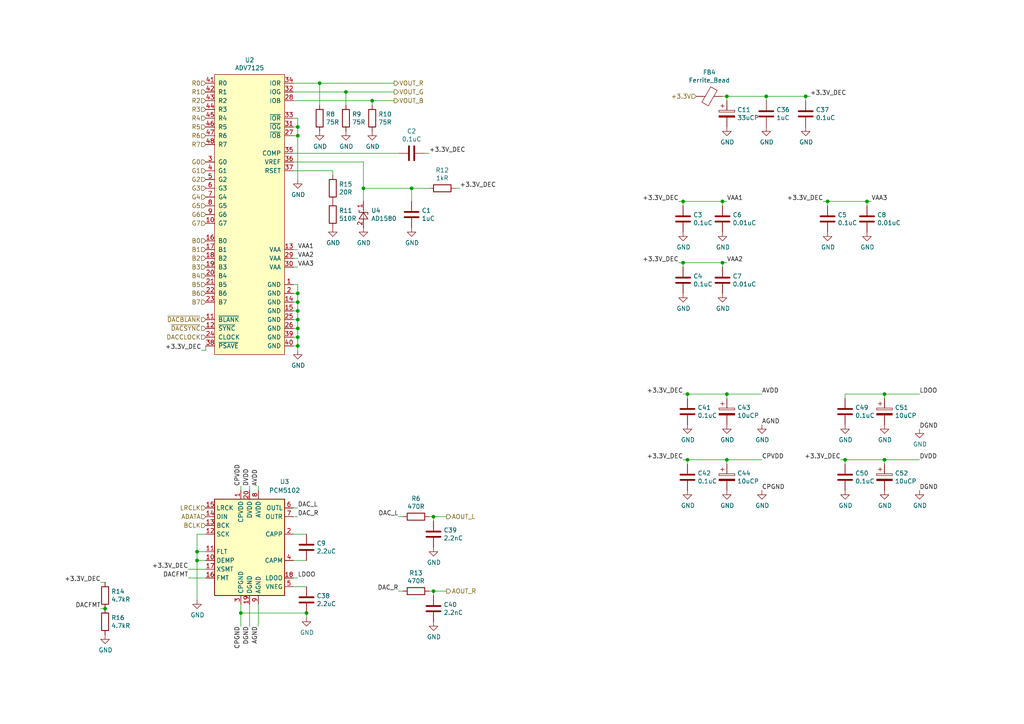
<source format=kicad_sch>
(kicad_sch (version 20231120) (generator "eeschema") (generator_version "8.0")
  (paper "A4")
  (lib_symbols
    (symbol "Audio:PCM5102"
      (property "Reference" "U" (at -10.16 13.97 0))
      (property "Value" "PCM5102" (at 3.81 13.97 0))
      (symbol "PCM5102_0_1"
        (rectangle (start -10.16 12.7) (end 10.16 -15.24) (stroke (width 0.254)) (fill (type background)))
      )
      (symbol "PCM5102_1_1"
        (pin passive line (at -2.54 15.24 270) (length 2.54) (name "CPVDD") (number "1"))
        (pin input line (at -12.7 -5.08 0) (length 2.54) (name "DEMP") (number "10"))
        (pin input line (at -12.7 -2.54 0) (length 2.54) (name "FLT") (number "11"))
        (pin input line (at -12.7 2.54 0) (length 2.54) (name "SCK") (number "12"))
        (pin input line (at -12.7 5.08 0) (length 2.54) (name "BCK") (number "13"))
        (pin input line (at -12.7 7.62 0) (length 2.54) (name "DIN") (number "14"))
        (pin input line (at -12.7 10.16 0) (length 2.54) (name "LRCK") (number "15"))
        (pin input line (at -12.7 -10.16 0) (length 2.54) (name "FMT") (number "16"))
        (pin input line (at -12.7 -7.62 0) (length 2.54) (name "XSMT") (number "17"))
        (pin passive line (at 12.7 -10.16 180) (length 2.54) (name "LDOO") (number "18"))
        (pin power_in line (at 0 -17.78 90) (length 2.54) (name "DGND") (number "19"))
        (pin passive line (at 12.7 2.54 180) (length 2.54) (name "CAPP") (number "2"))
        (pin power_in line (at 0 15.24 270) (length 2.54) (name "DVDD") (number "20"))
        (pin power_in line (at -2.54 -17.78 90) (length 2.54) (name "CPGND") (number "3"))
        (pin passive line (at 12.7 -5.08 180) (length 2.54) (name "CAPM") (number "4"))
        (pin passive line (at 12.7 -12.7 180) (length 2.54) (name "VNEG") (number "5"))
        (pin output line (at 12.7 10.16 180) (length 2.54) (name "OUTL") (number "6"))
        (pin output line (at 12.7 7.62 180) (length 2.54) (name "OUTR") (number "7"))
        (pin power_in line (at 2.54 15.24 270) (length 2.54) (name "AVDD") (number "8"))
        (pin power_in line (at 2.54 -17.78 90) (length 2.54) (name "AGND") (number "9"))
      )
    )
    (symbol "Device:C" (pin_numbers hide) (pin_names (offset 0.254))
      (property "Reference" "C" (at 0.635 2.54 0))
      (property "Value" "C" (at 0.635 -2.54 0))
      (symbol "C_0_1"
        (polyline (pts (xy -2.032 -0.762) (xy 2.032 -0.762)) (stroke (width 0.508)))
        (polyline (pts (xy -2.032 0.762) (xy 2.032 0.762)) (stroke (width 0.508)))
      )
      (symbol "C_1_1"
        (pin passive line (at 0 3.81 270) (length 2.794) (name "~") (number "1"))
        (pin passive line (at 0 -3.81 90) (length 2.794) (name "~") (number "2"))
      )
    )
    (symbol "Device:R" (pin_numbers hide) (pin_names (offset 0))
      (property "Reference" "R" (at 2.032 0 90))
      (property "Value" "R" (at 0 0 90))
      (symbol "R_0_1"
        (rectangle (start -1.016 -2.54) (end 1.016 2.54) (stroke (width 0.254)))
      )
      (symbol "R_1_1"
        (pin passive line (at 0 3.81 270) (length 1.27) (name "~") (number "1"))
        (pin passive line (at 0 -3.81 90) (length 1.27) (name "~") (number "2"))
      )
    )
    (symbol "GC_Video_Adapter-rescue:CP-Device" (pin_numbers hide) (pin_names (offset 0.254))
      (property "Reference" "C" (at 0.635 2.54 0))
      (property "Value" "CP-Device" (at 0.635 -2.54 0))
      (symbol "CP-Device_0_1"
        (rectangle (start -2.286 0.508) (end 2.286 1.016))
        (polyline (pts (xy -1.778 2.286) (xy -0.762 2.286)))
        (polyline (pts (xy -1.27 2.794) (xy -1.27 1.778)))
        (rectangle (start 2.286 -0.508) (end -2.286 -1.016) (fill (type outline)))
      )
      (symbol "CP-Device_1_1"
        (pin passive line (at 0 3.81 270) (length 2.794) (name "~") (number "1"))
        (pin passive line (at 0 -3.81 90) (length 2.794) (name "~") (number "2"))
      )
    )
    (symbol "GC_Video_Adapter-rescue:Ferrite_Bead-Device" (pin_numbers hide) (pin_names (offset 0))
      (property "Reference" "FB" (at -3.81 0.635 90))
      (property "Value" "Ferrite_Bead-Device" (at 3.81 0 90))
      (symbol "Ferrite_Bead-Device_0_1"
        (polyline (pts (xy 0 -1.27) (xy 0 -1.2192)))
        (polyline (pts (xy 0 1.27) (xy 0 1.2954)))
        (polyline (pts (xy -2.7686 0.4064) (xy -1.7018 2.2606) (xy 2.7686 -0.3048) (xy 1.6764 -2.159) (xy -2.7686 0.4064)))
      )
      (symbol "Ferrite_Bead-Device_1_1"
        (pin passive line (at 0 3.81 270) (length 2.54) (name "~") (number "1"))
        (pin passive line (at 0 -3.81 90) (length 2.54) (name "~") (number "2"))
      )
    )
    (symbol "Reference_Voltage:LM4040DBZ-8.2" (pin_names (offset 0.0254) hide)
      (property "Reference" "U" (at 0 2.54 0))
      (property "Value" "LM4040DBZ-8.2" (at 0 -3.175 0))
      (symbol "LM4040DBZ-8.2_0_1"
        (polyline (pts (xy -1.27 0) (xy 0 0) (xy 1.27 0)))
        (polyline (pts (xy -1.27 -1.27) (xy 0.635 0) (xy -1.27 1.27) (xy -1.27 -1.27)) (stroke (width 0.2032)))
        (polyline (pts (xy 0 -1.27) (xy 0.635 -1.27) (xy 0.635 1.27) (xy 1.27 1.27)) (stroke (width 0.2032)))
      )
      (symbol "LM4040DBZ-8.2_1_1"
        (pin passive line (at 3.81 0 180) (length 2.54) (name "K") (number "1"))
        (pin passive line (at -3.81 0 0) (length 2.54) (name "A") (number "2"))
      )
    )
    (symbol "Video_custom:ADV7125" (pin_names (offset 1.016))
      (property "Reference" "U" (at 0 44.45 0))
      (property "Value" "ADV7125" (at 0 41.91 0))
      (symbol "ADV7125_0_0"
        (pin power_in line (at 12.7 -20.32 180) (length 2.54) (name "GND") (number "1"))
        (pin input line (at -12.7 -2.54 0) (length 2.54) (name "G7") (number "10"))
        (pin input line (at -12.7 -30.48 0) (length 2.54) (name "~{BLANK}") (number "11"))
        (pin input line (at -12.7 -33.02 0) (length 2.54) (name "~{SYNC}") (number "12"))
        (pin power_in line (at 12.7 -10.16 180) (length 2.54) (name "VAA") (number "13"))
        (pin power_in line (at 12.7 -25.4 180) (length 2.54) (name "GND") (number "14"))
        (pin power_in line (at 12.7 -27.94 180) (length 2.54) (name "GND") (number "15"))
        (pin input line (at -12.7 -7.62 0) (length 2.54) (name "B0") (number "16"))
        (pin input line (at -12.7 -10.16 0) (length 2.54) (name "B1") (number "17"))
        (pin input line (at -12.7 -12.7 0) (length 2.54) (name "B2") (number "18"))
        (pin input line (at -12.7 -15.24 0) (length 2.54) (name "B3") (number "19"))
        (pin power_in line (at 12.7 -22.86 180) (length 2.54) (name "GND") (number "2"))
        (pin input line (at -12.7 -17.78 0) (length 2.54) (name "B4") (number "20"))
        (pin input line (at -12.7 -20.32 0) (length 2.54) (name "B5") (number "21"))
        (pin input line (at -12.7 -22.86 0) (length 2.54) (name "B6") (number "22"))
        (pin input line (at -12.7 -25.4 0) (length 2.54) (name "B7") (number "23"))
        (pin input line (at -12.7 -35.56 0) (length 2.54) (name "CLOCK") (number "24"))
        (pin power_in line (at 12.7 -30.48 180) (length 2.54) (name "GND") (number "25"))
        (pin power_in line (at 12.7 -33.02 180) (length 2.54) (name "GND") (number "26"))
        (pin output line (at 12.7 22.86 180) (length 2.54) (name "~{IOB}") (number "27"))
        (pin output line (at 12.7 33.02 180) (length 2.54) (name "IOB") (number "28"))
        (pin power_in line (at 12.7 -12.7 180) (length 2.54) (name "VAA") (number "29"))
        (pin input line (at -12.7 15.24 0) (length 2.54) (name "G0") (number "3"))
        (pin power_in line (at 12.7 -15.24 180) (length 2.54) (name "VAA") (number "30"))
        (pin output line (at 12.7 25.4 180) (length 2.54) (name "~{IOG}") (number "31"))
        (pin output line (at 12.7 35.56 180) (length 2.54) (name "IOG") (number "32"))
        (pin output line (at 12.7 27.94 180) (length 2.54) (name "~{IOR}") (number "33"))
        (pin output line (at 12.7 38.1 180) (length 2.54) (name "IOR") (number "34"))
        (pin passive line (at 12.7 17.78 180) (length 2.54) (name "COMP") (number "35"))
        (pin passive line (at 12.7 15.24 180) (length 2.54) (name "VREF") (number "36"))
        (pin passive line (at 12.7 12.7 180) (length 2.54) (name "RSET") (number "37"))
        (pin input line (at -12.7 -38.1 0) (length 2.54) (name "~{PSAVE}") (number "38"))
        (pin power_in line (at 12.7 -35.56 180) (length 2.54) (name "GND") (number "39"))
        (pin input line (at -12.7 12.7 0) (length 2.54) (name "G1") (number "4"))
        (pin power_in line (at 12.7 -38.1 180) (length 2.54) (name "GND") (number "40"))
        (pin input line (at -12.7 38.1 0) (length 2.54) (name "R0") (number "41"))
        (pin input line (at -12.7 35.56 0) (length 2.54) (name "R1") (number "42"))
        (pin input line (at -12.7 33.02 0) (length 2.54) (name "R2") (number "43"))
        (pin input line (at -12.7 30.48 0) (length 2.54) (name "R3") (number "44"))
        (pin input line (at -12.7 27.94 0) (length 2.54) (name "R4") (number "45"))
        (pin input line (at -12.7 25.4 0) (length 2.54) (name "R5") (number "46"))
        (pin input line (at -12.7 22.86 0) (length 2.54) (name "R6") (number "47"))
        (pin input line (at -12.7 20.32 0) (length 2.54) (name "R7") (number "48"))
        (pin input line (at -12.7 10.16 0) (length 2.54) (name "G2") (number "5"))
        (pin input line (at -12.7 7.62 0) (length 2.54) (name "G3") (number "6"))
        (pin input line (at -12.7 5.08 0) (length 2.54) (name "G4") (number "7"))
        (pin input line (at -12.7 2.54 0) (length 2.54) (name "G5") (number "8"))
        (pin input line (at -12.7 0 0) (length 2.54) (name "G6") (number "9"))
      )
      (symbol "ADV7125_0_1"
        (rectangle (start -10.16 -40.64) (end 10.16 40.64) (fill (type background)))
      )
    )
    (symbol "power:GND" (power) (pin_names (offset 0))
      (property "Value" "GND" (at 0 -3.81 0))
      (symbol "GND_0_1"
        (polyline (pts (xy 0 0) (xy 0 -1.27) (xy 1.27 -1.27) (xy 0 -2.54) (xy -1.27 -1.27) (xy 0 -1.27)))
      )
      (symbol "GND_1_1"
        (pin power_in line (at 0 0 270) (length 0) hide (name "GND") (number "1"))
      )
    )
  )
  (junction (at 198.12 76.2))
  (junction (at 92.71 24.13))
  (junction (at 57.15 160.02))
  (junction (at 86.36 100.33))
  (junction (at 86.36 36.83))
  (junction (at 100.33 26.67))
  (junction (at 240.03 58.42))
  (junction (at 125.73 171.45))
  (junction (at 210.82 133.35))
  (junction (at 57.15 162.56))
  (junction (at 251.46 58.42))
  (junction (at 86.36 92.71))
  (junction (at 107.95 29.21))
  (junction (at 86.36 39.37))
  (junction (at 245.11 133.35))
  (junction (at 105.41 54.61))
  (junction (at 199.39 133.35))
  (junction (at 210.82 27.94))
  (junction (at 86.36 97.79))
  (junction (at 125.73 149.86))
  (junction (at 222.25 27.94))
  (junction (at 210.82 114.3))
  (junction (at 69.85 177.8))
  (junction (at 88.9 177.8))
  (junction (at 256.54 114.3))
  (junction (at 30.48 176.53))
  (junction (at 86.36 87.63))
  (junction (at 256.54 133.35))
  (junction (at 119.38 54.61))
  (junction (at 86.36 90.17))
  (junction (at 198.12 58.42))
  (junction (at 209.55 58.42))
  (junction (at 199.39 114.3))
  (junction (at 233.68 27.94))
  (junction (at 86.36 95.25))
  (junction (at 86.36 85.09))
  (junction (at 209.55 76.2))
  (wire (pts (xy 69.85 140.97) (xy 69.85 142.24)))
  (wire (pts (xy 210.82 27.94) (xy 210.82 29.21)))
  (wire (pts (xy 233.68 27.94) (xy 222.25 27.94)))
  (wire (pts (xy 59.69 101.6) (xy 59.69 100.33)))
  (wire (pts (xy 107.95 29.21) (xy 114.3 29.21)))
  (wire (pts (xy 210.82 133.35) (xy 210.82 134.62)))
  (wire (pts (xy 256.54 114.3) (xy 266.7 114.3)))
  (wire (pts (xy 57.15 162.56) (xy 57.15 173.99)))
  (wire (pts (xy 256.54 133.35) (xy 266.7 133.35)))
  (wire (pts (xy 85.09 29.21) (xy 107.95 29.21)))
  (wire (pts (xy 245.11 114.3) (xy 245.11 115.57)))
  (wire (pts (xy 85.09 74.93) (xy 86.36 74.93)))
  (wire (pts (xy 85.09 92.71) (xy 86.36 92.71)))
  (wire (pts (xy 222.25 27.94) (xy 222.25 29.21)))
  (wire (pts (xy 245.11 133.35) (xy 245.11 134.62)))
  (wire (pts (xy 210.82 114.3) (xy 210.82 115.57)))
  (wire (pts (xy 57.15 154.94) (xy 57.15 160.02)))
  (wire (pts (xy 210.82 58.42) (xy 209.55 58.42)))
  (wire (pts (xy 86.36 82.55) (xy 86.36 85.09)))
  (wire (pts (xy 252.73 58.42) (xy 251.46 58.42)))
  (wire (pts (xy 256.54 114.3) (xy 256.54 115.57)))
  (wire (pts (xy 85.09 82.55) (xy 86.36 82.55)))
  (wire (pts (xy 245.11 133.35) (xy 256.54 133.35)))
  (wire (pts (xy 85.09 100.33) (xy 86.36 100.33)))
  (wire (pts (xy 107.95 30.48) (xy 107.95 29.21)))
  (wire (pts (xy 240.03 58.42) (xy 240.03 59.69)))
  (wire (pts (xy 234.95 27.94) (xy 233.68 27.94)))
  (wire (pts (xy 74.93 140.97) (xy 74.93 142.24)))
  (wire (pts (xy 86.36 95.25) (xy 86.36 97.79)))
  (wire (pts (xy 72.39 142.24) (xy 72.39 140.97)))
  (wire (pts (xy 100.33 26.67) (xy 114.3 26.67)))
  (wire (pts (xy 85.09 167.64) (xy 86.36 167.64)))
  (wire (pts (xy 199.39 133.35) (xy 210.82 133.35)))
  (wire (pts (xy 86.36 72.39) (xy 85.09 72.39)))
  (wire (pts (xy 96.52 49.53) (xy 96.52 50.8)))
  (wire (pts (xy 251.46 59.69) (xy 251.46 58.42)))
  (wire (pts (xy 198.12 133.35) (xy 199.39 133.35)))
  (wire (pts (xy 86.36 36.83) (xy 86.36 39.37)))
  (wire (pts (xy 116.84 149.86) (xy 115.57 149.86)))
  (wire (pts (xy 85.09 97.79) (xy 86.36 97.79)))
  (wire (pts (xy 69.85 177.8) (xy 69.85 181.61)))
  (wire (pts (xy 245.11 114.3) (xy 256.54 114.3)))
  (wire (pts (xy 209.55 76.2) (xy 209.55 77.47)))
  (wire (pts (xy 125.73 171.45) (xy 125.73 172.72)))
  (wire (pts (xy 256.54 133.35) (xy 256.54 134.62)))
  (wire (pts (xy 59.69 160.02) (xy 57.15 160.02)))
  (wire (pts (xy 85.09 162.56) (xy 88.9 162.56)))
  (wire (pts (xy 72.39 175.26) (xy 72.39 181.61)))
  (wire (pts (xy 119.38 54.61) (xy 119.38 58.42)))
  (wire (pts (xy 57.15 160.02) (xy 57.15 162.56)))
  (wire (pts (xy 199.39 114.3) (xy 210.82 114.3)))
  (wire (pts (xy 125.73 149.86) (xy 129.54 149.86)))
  (wire (pts (xy 85.09 170.18) (xy 88.9 170.18)))
  (wire (pts (xy 85.09 85.09) (xy 86.36 85.09)))
  (wire (pts (xy 58.42 101.6) (xy 59.69 101.6)))
  (wire (pts (xy 198.12 114.3) (xy 199.39 114.3)))
  (wire (pts (xy 85.09 44.45) (xy 115.57 44.45)))
  (wire (pts (xy 85.09 26.67) (xy 100.33 26.67)))
  (wire (pts (xy 196.85 58.42) (xy 198.12 58.42)))
  (wire (pts (xy 85.09 24.13) (xy 92.71 24.13)))
  (wire (pts (xy 199.39 114.3) (xy 199.39 115.57)))
  (wire (pts (xy 124.46 44.45) (xy 123.19 44.45)))
  (wire (pts (xy 59.69 154.94) (xy 57.15 154.94)))
  (wire (pts (xy 125.73 171.45) (xy 129.54 171.45)))
  (wire (pts (xy 69.85 175.26) (xy 69.85 177.8)))
  (wire (pts (xy 86.36 85.09) (xy 86.36 87.63)))
  (wire (pts (xy 85.09 90.17) (xy 86.36 90.17)))
  (wire (pts (xy 119.38 54.61) (xy 124.46 54.61)))
  (wire (pts (xy 86.36 100.33) (xy 86.36 101.6)))
  (wire (pts (xy 88.9 179.07) (xy 88.9 177.8)))
  (wire (pts (xy 86.36 39.37) (xy 86.36 52.07)))
  (wire (pts (xy 100.33 30.48) (xy 100.33 26.67)))
  (wire (pts (xy 105.41 58.42) (xy 105.41 54.61)))
  (wire (pts (xy 92.71 24.13) (xy 114.3 24.13)))
  (wire (pts (xy 85.09 39.37) (xy 86.36 39.37)))
  (wire (pts (xy 74.93 175.26) (xy 74.93 181.61)))
  (wire (pts (xy 86.36 77.47) (xy 85.09 77.47)))
  (wire (pts (xy 198.12 76.2) (xy 209.55 76.2)))
  (wire (pts (xy 209.55 76.2) (xy 210.82 76.2)))
  (wire (pts (xy 243.84 133.35) (xy 245.11 133.35)))
  (wire (pts (xy 86.36 92.71) (xy 86.36 95.25)))
  (wire (pts (xy 85.09 87.63) (xy 86.36 87.63)))
  (wire (pts (xy 238.76 58.42) (xy 240.03 58.42)))
  (wire (pts (xy 54.61 165.1) (xy 59.69 165.1)))
  (wire (pts (xy 86.36 90.17) (xy 86.36 92.71)))
  (wire (pts (xy 251.46 58.42) (xy 240.03 58.42)))
  (wire (pts (xy 199.39 133.35) (xy 199.39 134.62)))
  (wire (pts (xy 210.82 114.3) (xy 220.98 114.3)))
  (wire (pts (xy 85.09 95.25) (xy 86.36 95.25)))
  (wire (pts (xy 196.85 76.2) (xy 198.12 76.2)))
  (wire (pts (xy 115.57 171.45) (xy 116.84 171.45)))
  (wire (pts (xy 54.61 167.64) (xy 59.69 167.64)))
  (wire (pts (xy 132.08 54.61) (xy 133.35 54.61)))
  (wire (pts (xy 222.25 27.94) (xy 210.82 27.94)))
  (wire (pts (xy 233.68 29.21) (xy 233.68 27.94)))
  (wire (pts (xy 85.09 147.32) (xy 86.36 147.32)))
  (wire (pts (xy 198.12 77.47) (xy 198.12 76.2)))
  (wire (pts (xy 85.09 49.53) (xy 96.52 49.53)))
  (wire (pts (xy 210.82 133.35) (xy 220.98 133.35)))
  (wire (pts (xy 86.36 34.29) (xy 86.36 36.83)))
  (wire (pts (xy 59.69 162.56) (xy 57.15 162.56)))
  (wire (pts (xy 29.21 168.91) (xy 30.48 168.91)))
  (wire (pts (xy 85.09 34.29) (xy 86.36 34.29)))
  (wire (pts (xy 86.36 87.63) (xy 86.36 90.17)))
  (wire (pts (xy 105.41 46.99) (xy 105.41 54.61)))
  (wire (pts (xy 210.82 27.94) (xy 209.55 27.94)))
  (wire (pts (xy 209.55 59.69) (xy 209.55 58.42)))
  (wire (pts (xy 85.09 36.83) (xy 86.36 36.83)))
  (wire (pts (xy 209.55 58.42) (xy 198.12 58.42)))
  (wire (pts (xy 69.85 177.8) (xy 88.9 177.8)))
  (wire (pts (xy 85.09 154.94) (xy 88.9 154.94)))
  (wire (pts (xy 92.71 30.48) (xy 92.71 24.13)))
  (wire (pts (xy 30.48 176.53) (xy 29.21 176.53)))
  (wire (pts (xy 124.46 149.86) (xy 125.73 149.86)))
  (wire (pts (xy 198.12 58.42) (xy 198.12 59.69)))
  (wire (pts (xy 125.73 149.86) (xy 125.73 151.13)))
  (wire (pts (xy 124.46 171.45) (xy 125.73 171.45)))
  (wire (pts (xy 105.41 54.61) (xy 119.38 54.61)))
  (wire (pts (xy 86.36 97.79) (xy 86.36 100.33)))
  (wire (pts (xy 85.09 46.99) (xy 105.41 46.99)))
  (wire (pts (xy 86.36 149.86) (xy 85.09 149.86)))
  (label "DACFMT" (at 29.21 176.53 180))
  (label "+3.3V_DEC" (at 29.21 168.91 180))
  (label "+3.3V_DEC" (at 198.12 114.3 180))
  (label "DGND" (at 266.7 142.24 0))
  (label "AGND" (at 220.98 123.19 0))
  (label "DACFMT" (at 54.61 167.64 180))
  (label "CPGND" (at 69.85 181.61 270))
  (label "+3.3V_DEC" (at 54.61 165.1 180))
  (label "+3.3V_DEC" (at 124.46 44.45 0))
  (label "+3.3V_DEC" (at 58.42 101.6 180))
  (label "+3.3V_DEC" (at 234.95 27.94 0))
  (label "VAA3" (at 86.36 77.47 0))
  (label "DAC_L" (at 115.57 149.86 180))
  (label "+3.3V_DEC" (at 238.76 58.42 180))
  (label "DVDD" (at 72.39 140.97 90))
  (label "+3.3V_DEC" (at 198.12 133.35 180))
  (label "DAC_R" (at 115.57 171.45 180))
  (label "CPGND" (at 220.98 142.24 0))
  (label "DAC_R" (at 86.36 149.86 0))
  (label "AGND" (at 74.93 181.61 270))
  (label "AVDD" (at 74.93 140.97 90))
  (label "CPVDD" (at 69.85 140.97 90))
  (label "VAA1" (at 86.36 72.39 0))
  (label "DVDD" (at 266.7 133.35 0))
  (label "AVDD" (at 220.98 114.3 0))
  (label "+3.3V_DEC" (at 133.35 54.61 0))
  (label "VAA3" (at 252.73 58.42 0))
  (label "LDOO" (at 266.7 114.3 0))
  (label "+3.3V_DEC" (at 196.85 76.2 180))
  (label "+3.3V_DEC" (at 196.85 58.42 180))
  (label "CPVDD" (at 220.98 133.35 0))
  (label "DGND" (at 72.39 181.61 270))
  (label "DGND" (at 266.7 124.46 0))
  (label "VAA2" (at 86.36 74.93 0))
  (label "VAA1" (at 210.82 58.42 0))
  (label "VAA2" (at 210.82 76.2 0))
  (label "+3.3V_DEC" (at 243.84 133.35 180))
  (label "DAC_L" (at 86.36 147.32 0))
  (label "LDOO" (at 86.36 167.64 0))
  (hierarchical_label "R5" (shape input) (at 59.69 36.83 180))
  (hierarchical_label "B0" (shape input) (at 59.69 69.85 180))
  (hierarchical_label "R7" (shape input) (at 59.69 41.91 180))
  (hierarchical_label "LRCLK" (shape input) (at 59.69 147.32 180))
  (hierarchical_label "DACCLOCK" (shape input) (at 59.69 97.79 180))
  (hierarchical_label "G3" (shape input) (at 59.69 54.61 180))
  (hierarchical_label "VOUT_B" (shape output) (at 114.3 29.21 0))
  (hierarchical_label "B5" (shape input) (at 59.69 82.55 180))
  (hierarchical_label "R6" (shape input) (at 59.69 39.37 180))
  (hierarchical_label "+3.3V" (shape input) (at 201.93 27.94 180))
  (hierarchical_label "G0" (shape input) (at 59.69 46.99 180))
  (hierarchical_label "~{DACBLANK}" (shape input) (at 59.69 92.71 180))
  (hierarchical_label "B6" (shape input) (at 59.69 85.09 180))
  (hierarchical_label "VOUT_G" (shape output) (at 114.3 26.67 0))
  (hierarchical_label "R4" (shape input) (at 59.69 34.29 180))
  (hierarchical_label "G2" (shape input) (at 59.69 52.07 180))
  (hierarchical_label "B4" (shape input) (at 59.69 80.01 180))
  (hierarchical_label "R0" (shape input) (at 59.69 24.13 180))
  (hierarchical_label "AOUT_L" (shape output) (at 129.54 149.86 0))
  (hierarchical_label "ADATA" (shape input) (at 59.69 149.86 180))
  (hierarchical_label "VOUT_R" (shape output) (at 114.3 24.13 0))
  (hierarchical_label "G5" (shape input) (at 59.69 59.69 180))
  (hierarchical_label "BCLK" (shape input) (at 59.69 152.4 180))
  (hierarchical_label "G1" (shape input) (at 59.69 49.53 180))
  (hierarchical_label "B7" (shape input) (at 59.69 87.63 180))
  (hierarchical_label "~{DACSYNC}" (shape input) (at 59.69 95.25 180))
  (hierarchical_label "AOUT_R" (shape output) (at 129.54 171.45 0))
  (hierarchical_label "B2" (shape input) (at 59.69 74.93 180))
  (hierarchical_label "R3" (shape input) (at 59.69 31.75 180))
  (hierarchical_label "R2" (shape input) (at 59.69 29.21 180))
  (hierarchical_label "G6" (shape input) (at 59.69 62.23 180))
  (hierarchical_label "B1" (shape input) (at 59.69 72.39 180))
  (hierarchical_label "G7" (shape input) (at 59.69 64.77 180))
  (hierarchical_label "R1" (shape input) (at 59.69 26.67 180))
  (hierarchical_label "G4" (shape input) (at 59.69 57.15 180))
  (hierarchical_label "B3" (shape input) (at 59.69 77.47 180))
  (symbol (lib_id "Device:C") (at 198.12 63.5 0) (unit 1)
    (property "Reference" "C3" (at 201.041 62.3316 0) (effects (justify left)))
    (property "Value" "0.1uC" (at 201.041 64.643 0) (effects (justify left)))
    (property "Footprint" "Capacitor_SMD:C_0805_2012Metric_Pad1.18x1.45mm_HandSolder" (effects (hide yes)))
    (property "Manufacturer Part Number" "AC0805KRX7R7BB104" (effects (hide yes)))
  )
  (symbol (lib_id "Device:C") (at 209.55 63.5 0) (unit 1)
    (property "Reference" "C6" (at 212.471 62.3316 0) (effects (justify left)))
    (property "Value" "0.01uC" (at 212.471 64.643 0) (effects (justify left)))
    (property "Footprint" "Capacitor_SMD:C_0805_2012Metric_Pad1.18x1.45mm_HandSolder" (effects (hide yes)))
    (property "Manufacturer Part Number" "CC0805KRX7R9BB103" (effects (hide yes)))
  )
  (symbol (lib_id "Device:C") (at 198.12 81.28 0) (unit 1)
    (property "Reference" "C4" (at 201.041 80.1116 0) (effects (justify left)))
    (property "Value" "0.1uC" (at 201.041 82.423 0) (effects (justify left)))
    (property "Footprint" "Capacitor_SMD:C_0805_2012Metric_Pad1.18x1.45mm_HandSolder" (effects (hide yes)))
    (property "Manufacturer Part Number" "AC0805KRX7R7BB104" (effects (hide yes)))
  )
  (symbol (lib_id "Device:C") (at 209.55 81.28 0) (unit 1)
    (property "Reference" "C7" (at 212.471 80.1116 0) (effects (justify left)))
    (property "Value" "0.01uC" (at 212.471 82.423 0) (effects (justify left)))
    (property "Footprint" "Capacitor_SMD:C_0805_2012Metric_Pad1.18x1.45mm_HandSolder" (effects (hide yes)))
    (property "Manufacturer Part Number" "CC0805KRX7R9BB103" (effects (hide yes)))
  )
  (symbol (lib_id "Device:C") (at 240.03 63.5 0) (unit 1)
    (property "Reference" "C5" (at 242.951 62.3316 0) (effects (justify left)))
    (property "Value" "0.1uC" (at 242.951 64.643 0) (effects (justify left)))
    (property "Footprint" "Capacitor_SMD:C_0805_2012Metric_Pad1.18x1.45mm_HandSolder" (effects (hide yes)))
    (property "Manufacturer Part Number" "AC0805KRX7R7BB104" (effects (hide yes)))
  )
  (symbol (lib_id "Device:C") (at 251.46 63.5 0) (unit 1)
    (property "Reference" "C8" (at 254.381 62.3316 0) (effects (justify left)))
    (property "Value" "0.01uC" (at 254.381 64.643 0) (effects (justify left)))
    (property "Footprint" "Capacitor_SMD:C_0805_2012Metric_Pad1.18x1.45mm_HandSolder" (effects (hide yes)))
    (property "Manufacturer Part Number" "CC0805KRX7R9BB103" (effects (hide yes)))
  )
  (symbol (lib_id "power:GND") (at 198.12 67.31 0) (unit 1)
    (property "Reference" "#PWR011" (effects (hide yes)))
    (property "Value" "GND" (at 198.247 71.7042 0))
  )
  (symbol (lib_id "power:GND") (at 209.55 67.31 0) (unit 1)
    (property "Reference" "#PWR014" (effects (hide yes)))
    (property "Value" "GND" (at 209.677 71.7042 0))
  )
  (symbol (lib_id "power:GND") (at 198.12 85.09 0) (unit 1)
    (property "Reference" "#PWR012" (effects (hide yes)))
    (property "Value" "GND" (at 198.247 89.4842 0))
  )
  (symbol (lib_id "power:GND") (at 209.55 85.09 0) (unit 1)
    (property "Reference" "#PWR015" (effects (hide yes)))
    (property "Value" "GND" (at 209.677 89.4842 0))
  )
  (symbol (lib_id "power:GND") (at 251.46 67.31 0) (unit 1)
    (property "Reference" "#PWR016" (effects (hide yes)))
    (property "Value" "GND" (at 251.587 71.7042 0))
  )
  (symbol (lib_id "power:GND") (at 240.03 67.31 0) (unit 1)
    (property "Reference" "#PWR013" (effects (hide yes)))
    (property "Value" "GND" (at 240.157 71.7042 0))
  )
  (symbol (lib_id "power:GND") (at 86.36 101.6 0) (unit 1)
    (property "Reference" "#PWR010" (effects (hide yes)))
    (property "Value" "GND" (at 86.487 105.9942 0))
  )
  (symbol (lib_id "Video_custom:ADV7125") (at 72.39 62.23 0) (unit 1)
    (property "Reference" "U2" (at 72.39 17.399 0))
    (property "Value" "ADV7125" (at 72.39 19.7104 0))
    (property "Footprint" "Package_QFP:LQFP-48_7x7mm_P0.5mm" (effects (hide yes)))
    (property "Datasheet" "https://www.analog.com/media/en/technical-documentation/data-sheets/ADV7125.pdf" (effects (hide yes)))
    (property "Manufacturer Part Number" "ADV7125KSTZ50-REEL" (effects (hide yes)))
  )
  (symbol (lib_id "GC_Video_Adapter-rescue:CP-Device") (at 210.82 33.02 0) (unit 1)
    (property "Reference" "C11" (at 213.8172 31.8516 0) (effects (justify left)))
    (property "Value" "33uCP" (at 213.8172 34.163 0) (effects (justify left)))
    (property "Footprint" "Capacitor_Tantalum_SMD:CP_EIA-3528-21_Kemet-B_Pad1.50x2.35mm_HandSolder" (effects (hide yes)))
    (property "Datasheet" "http://datasheets.avx.com/TAJ.pdf" (effects (hide yes)))
    (property "Manufacturer Part Number" "TAJB336K006RNJ" (effects (hide yes)))
  )
  (symbol (lib_id "Audio:PCM5102") (at 72.39 157.48 0) (unit 1)
    (property "Reference" "U3" (at 82.55 139.7 0))
    (property "Value" "PCM5102" (at 82.55 142.24 0))
    (property "Footprint" "Package_SO:TSSOP-20_4.4x6.5mm_P0.65mm" (effects (hide yes)))
    (property "Datasheet" "https://www.ti.com/lit/ds/symlink/pcm5102a.pdf" (effects (hide yes)))
    (property "Manufacturer Part Number" "PCM5102APWR" (effects (hide yes)))
  )
  (symbol (lib_id "Device:C") (at 199.39 119.38 0) (unit 1)
    (property "Reference" "C41" (at 202.311 118.2116 0) (effects (justify left)))
    (property "Value" "0.1uC" (at 202.311 120.523 0) (effects (justify left)))
    (property "Footprint" "Capacitor_SMD:C_0805_2012Metric_Pad1.18x1.45mm_HandSolder" (effects (hide yes)))
    (property "Manufacturer Part Number" "AC0805KRX7R7BB104" (effects (hide yes)))
  )
  (symbol (lib_id "GC_Video_Adapter-rescue:CP-Device") (at 210.82 119.38 0) (unit 1)
    (property "Reference" "C43" (at 213.8172 118.2116 0) (effects (justify left)))
    (property "Value" "10uCP" (at 213.8172 120.523 0) (effects (justify left)))
    (property "Footprint" "Capacitor_Tantalum_SMD:CP_EIA-3216-18_Kemet-A_Pad1.58x1.35mm_HandSolder" (effects (hide yes)))
    (property "Datasheet" "http://datasheets.avx.com/TAJ.pdf" (effects (hide yes)))
    (property "Manufacturer Part Number" "TAJA106K006SNJ" (effects (hide yes)))
  )
  (symbol (lib_id "Device:C") (at 88.9 158.75 0) (unit 1)
    (property "Reference" "C9" (at 91.821 157.5816 0) (effects (justify left)))
    (property "Value" "2.2uC" (at 91.821 159.893 0) (effects (justify left)))
    (property "Footprint" "Capacitor_SMD:C_0805_2012Metric_Pad1.18x1.45mm_HandSolder" (effects (hide yes)))
    (property "Manufacturer Part Number" "TMK212B7225KG-TR" (effects (hide yes)))
  )
  (symbol (lib_id "Device:R") (at 120.65 171.45 270) (unit 1)
    (property "Reference" "R13" (at 120.65 166.1922 90))
    (property "Value" "470R" (at 120.65 168.5036 90))
    (property "Footprint" "Resistor_SMD:R_0805_2012Metric_Pad1.20x1.40mm_HandSolder" (effects (hide yes)))
    (property "Manufacturer Part Number" "CRCW0805470RJNEA" (effects (hide yes)))
  )
  (symbol (lib_id "Device:C") (at 125.73 176.53 0) (unit 1)
    (property "Reference" "C40" (at 128.651 175.3616 0) (effects (justify left)))
    (property "Value" "2.2nC" (at 128.651 177.673 0) (effects (justify left)))
    (property "Footprint" "Capacitor_SMD:C_0805_2012Metric_Pad1.18x1.45mm_HandSolder" (effects (hide yes)))
    (property "Datasheet" "https://www.cde.com/resources/catalogs/FCP.pdf" (effects (hide yes)))
    (property "Manufacturer Part Number" "FCP0805H222J-J1" (effects (hide yes)))
  )
  (symbol (lib_id "power:GND") (at 125.73 180.34 0) (unit 1)
    (property "Reference" "#PWR060" (effects (hide yes)))
    (property "Value" "GND" (at 125.857 184.7342 0))
  )
  (symbol (lib_id "Device:R") (at 120.65 149.86 270) (unit 1)
    (property "Reference" "R6" (at 120.65 144.6022 90))
    (property "Value" "470R" (at 120.65 146.9136 90))
    (property "Footprint" "Resistor_SMD:R_0805_2012Metric_Pad1.20x1.40mm_HandSolder" (effects (hide yes)))
    (property "Manufacturer Part Number" "CRCW0805470RJNEA" (effects (hide yes)))
  )
  (symbol (lib_id "Device:C") (at 125.73 154.94 0) (unit 1)
    (property "Reference" "C39" (at 128.651 153.7716 0) (effects (justify left)))
    (property "Value" "2.2nC" (at 128.651 156.083 0) (effects (justify left)))
    (property "Footprint" "Capacitor_SMD:C_0805_2012Metric_Pad1.18x1.45mm_HandSolder" (effects (hide yes)))
    (property "Datasheet" "https://www.cde.com/resources/catalogs/FCP.pdf" (effects (hide yes)))
    (property "Manufacturer Part Number" "FCP0805H222J-J1" (effects (hide yes)))
  )
  (symbol (lib_id "power:GND") (at 125.73 158.75 0) (unit 1)
    (property "Reference" "#PWR054" (effects (hide yes)))
    (property "Value" "GND" (at 125.857 163.1442 0))
  )
  (symbol (lib_id "Device:C") (at 88.9 173.99 0) (unit 1)
    (property "Reference" "C38" (at 91.821 172.8216 0) (effects (justify left)))
    (property "Value" "2.2uC" (at 91.821 175.133 0) (effects (justify left)))
    (property "Footprint" "Capacitor_SMD:C_0805_2012Metric_Pad1.18x1.45mm_HandSolder" (effects (hide yes)))
    (property "Manufacturer Part Number" "TMK212B7225KG-TR" (effects (hide yes)))
  )
  (symbol (lib_id "power:GND") (at 88.9 179.07 0) (unit 1)
    (property "Reference" "#PWR053" (effects (hide yes)))
    (property "Value" "GND" (at 89.027 183.4642 0))
  )
  (symbol (lib_id "power:GND") (at 57.15 173.99 0) (unit 1)
    (property "Reference" "#PWR051" (effects (hide yes)))
    (property "Value" "GND" (at 57.277 178.3842 0))
  )
  (symbol (lib_id "Device:C") (at 199.39 138.43 0) (unit 1)
    (property "Reference" "C42" (at 202.311 137.2616 0) (effects (justify left)))
    (property "Value" "0.1uC" (at 202.311 139.573 0) (effects (justify left)))
    (property "Footprint" "Capacitor_SMD:C_0805_2012Metric_Pad1.18x1.45mm_HandSolder" (effects (hide yes)))
    (property "Manufacturer Part Number" "AC0805KRX7R7BB104" (effects (hide yes)))
  )
  (symbol (lib_id "GC_Video_Adapter-rescue:CP-Device") (at 210.82 138.43 0) (unit 1)
    (property "Reference" "C44" (at 213.8172 137.2616 0) (effects (justify left)))
    (property "Value" "10uCP" (at 213.8172 139.573 0) (effects (justify left)))
    (property "Footprint" "Capacitor_Tantalum_SMD:CP_EIA-3216-18_Kemet-A_Pad1.58x1.35mm_HandSolder" (effects (hide yes)))
    (property "Datasheet" "http://datasheets.avx.com/TAJ.pdf" (effects (hide yes)))
    (property "Manufacturer Part Number" "TAJA106K006SNJ" (effects (hide yes)))
  )
  (symbol (lib_id "Device:C") (at 245.11 119.38 0) (unit 1)
    (property "Reference" "C49" (at 248.031 118.2116 0) (effects (justify left)))
    (property "Value" "0.1uC" (at 248.031 120.523 0) (effects (justify left)))
    (property "Footprint" "Capacitor_SMD:C_0805_2012Metric_Pad1.18x1.45mm_HandSolder" (effects (hide yes)))
    (property "Manufacturer Part Number" "AC0805KRX7R7BB104" (effects (hide yes)))
  )
  (symbol (lib_id "GC_Video_Adapter-rescue:CP-Device") (at 256.54 119.38 0) (unit 1)
    (property "Reference" "C51" (at 259.5372 118.2116 0) (effects (justify left)))
    (property "Value" "10uCP" (at 259.5372 120.523 0) (effects (justify left)))
    (property "Footprint" "Capacitor_Tantalum_SMD:CP_EIA-3216-18_Kemet-A_Pad1.58x1.35mm_HandSolder" (effects (hide yes)))
    (property "Datasheet" "http://datasheets.avx.com/TAJ.pdf" (effects (hide yes)))
    (property "Manufacturer Part Number" "TAJA106K006SNJ" (effects (hide yes)))
  )
  (symbol (lib_id "Device:C") (at 245.11 138.43 0) (unit 1)
    (property "Reference" "C50" (at 248.031 137.2616 0) (effects (justify left)))
    (property "Value" "0.1uC" (at 248.031 139.573 0) (effects (justify left)))
    (property "Footprint" "Capacitor_SMD:C_0805_2012Metric_Pad1.18x1.45mm_HandSolder" (effects (hide yes)))
    (property "Manufacturer Part Number" "AC0805KRX7R7BB104" (effects (hide yes)))
  )
  (symbol (lib_id "GC_Video_Adapter-rescue:CP-Device") (at 256.54 138.43 0) (unit 1)
    (property "Reference" "C52" (at 259.5372 137.2616 0) (effects (justify left)))
    (property "Value" "10uCP" (at 259.5372 139.573 0) (effects (justify left)))
    (property "Footprint" "Capacitor_Tantalum_SMD:CP_EIA-3216-18_Kemet-A_Pad1.58x1.35mm_HandSolder" (effects (hide yes)))
    (property "Datasheet" "http://datasheets.avx.com/TAJ.pdf" (effects (hide yes)))
    (property "Manufacturer Part Number" "TAJA106K006SNJ" (effects (hide yes)))
  )
  (symbol (lib_id "power:GND") (at 199.39 123.19 0) (unit 1)
    (property "Reference" "#PWR061" (effects (hide yes)))
    (property "Value" "GND" (at 199.517 127.5842 0))
  )
  (symbol (lib_id "power:GND") (at 210.82 123.19 0) (unit 1)
    (property "Reference" "#PWR063" (effects (hide yes)))
    (property "Value" "GND" (at 210.947 127.5842 0))
  )
  (symbol (lib_id "power:GND") (at 245.11 123.19 0) (unit 1)
    (property "Reference" "#PWR065" (effects (hide yes)))
    (property "Value" "GND" (at 245.237 127.5842 0))
  )
  (symbol (lib_id "power:GND") (at 256.54 123.19 0) (unit 1)
    (property "Reference" "#PWR067" (effects (hide yes)))
    (property "Value" "GND" (at 256.667 127.5842 0))
  )
  (symbol (lib_id "power:GND") (at 199.39 142.24 0) (unit 1)
    (property "Reference" "#PWR062" (effects (hide yes)))
    (property "Value" "GND" (at 199.517 146.6342 0))
  )
  (symbol (lib_id "power:GND") (at 245.11 142.24 0) (unit 1)
    (property "Reference" "#PWR066" (effects (hide yes)))
    (property "Value" "GND" (at 245.237 146.6342 0))
  )
  (symbol (lib_id "power:GND") (at 210.82 142.24 0) (unit 1)
    (property "Reference" "#PWR064" (effects (hide yes)))
    (property "Value" "GND" (at 210.947 146.6342 0))
  )
  (symbol (lib_id "power:GND") (at 256.54 142.24 0) (unit 1)
    (property "Reference" "#PWR068" (effects (hide yes)))
    (property "Value" "GND" (at 256.667 146.6342 0))
  )
  (symbol (lib_id "Device:C") (at 119.38 44.45 270) (unit 1)
    (property "Reference" "C2" (at 119.38 38.0492 90))
    (property "Value" "0.1uC" (at 119.38 40.3606 90))
    (property "Footprint" "Capacitor_SMD:C_0805_2012Metric_Pad1.18x1.45mm_HandSolder" (effects (hide yes)))
    (property "Manufacturer Part Number" "AC0805KRX7R7BB104" (effects (hide yes)))
  )
  (symbol (lib_id "power:GND") (at 220.98 123.19 0) (unit 1)
    (property "Reference" "#PWR017" (effects (hide yes)))
    (property "Value" "GND" (at 221.107 127.5842 0))
  )
  (symbol (lib_id "power:GND") (at 220.98 142.24 0) (unit 1)
    (property "Reference" "#PWR044" (effects (hide yes)))
    (property "Value" "GND" (at 221.107 146.6342 0))
  )
  (symbol (lib_id "Device:R") (at 30.48 172.72 0) (unit 1)
    (property "Reference" "R14" (at 32.258 171.5516 0) (effects (justify left)))
    (property "Value" "4.7kR" (at 32.258 173.863 0) (effects (justify left)))
    (property "Footprint" "Resistor_SMD:R_0805_2012Metric_Pad1.20x1.40mm_HandSolder" (effects (hide yes)))
    (property "Manufacturer Part Number" "RC0805FR-074K7L" (effects (hide yes)))
  )
  (symbol (lib_id "power:GND") (at 266.7 142.24 0) (unit 1)
    (property "Reference" "#PWR069" (effects (hide yes)))
    (property "Value" "GND" (at 266.827 146.6342 0))
  )
  (symbol (lib_id "power:GND") (at 266.7 124.46 0) (unit 1)
    (property "Reference" "#PWR052" (effects (hide yes)))
    (property "Value" "GND" (at 266.827 128.8542 0))
  )
  (symbol (lib_id "Device:R") (at 96.52 54.61 0) (unit 1)
    (property "Reference" "R15" (at 98.298 53.4416 0) (effects (justify left)))
    (property "Value" "20R" (at 98.298 55.753 0) (effects (justify left)))
    (property "Footprint" "Resistor_SMD:R_0805_2012Metric_Pad1.20x1.40mm_HandSolder" (effects (hide yes)))
    (property "Manufacturer Part Number" "RT0805BRD0720RL" (effects (hide yes)))
  )
  (symbol (lib_id "Device:R") (at 30.48 180.34 0) (unit 1)
    (property "Reference" "R16" (at 32.258 179.1716 0) (effects (justify left)))
    (property "Value" "4.7kR" (at 32.258 181.483 0) (effects (justify left)))
    (property "Footprint" "Resistor_SMD:R_0805_2012Metric_Pad1.20x1.40mm_HandSolder" (effects (hide yes)))
    (property "Manufacturer Part Number" "RC0805FR-074K7L" (effects (hide yes)))
  )
  (symbol (lib_id "power:GND") (at 30.48 184.15 0) (unit 1)
    (property "Reference" "#PWR058" (effects (hide yes)))
    (property "Value" "GND" (at 30.607 188.5442 0))
  )
  (symbol (lib_id "Device:R") (at 92.71 34.29 0) (unit 1)
    (property "Reference" "R8" (at 94.488 33.1216 0) (effects (justify left)))
    (property "Value" "75R" (at 94.488 35.433 0) (effects (justify left)))
    (property "Footprint" "Resistor_SMD:R_0805_2012Metric_Pad1.20x1.40mm_HandSolder" (effects (hide yes)))
    (property "Manufacturer Part Number" "RC0805FR-0775RL" (effects (hide yes)))
  )
  (symbol (lib_id "Device:R") (at 100.33 34.29 0) (unit 1)
    (property "Reference" "R9" (at 102.108 33.1216 0) (effects (justify left)))
    (property "Value" "75R" (at 102.108 35.433 0) (effects (justify left)))
    (property "Footprint" "Resistor_SMD:R_0805_2012Metric_Pad1.20x1.40mm_HandSolder" (effects (hide yes)))
    (property "Manufacturer Part Number" "RC0805FR-0775RL" (effects (hide yes)))
  )
  (symbol (lib_id "Device:R") (at 107.95 34.29 0) (unit 1)
    (property "Reference" "R10" (at 109.728 33.1216 0) (effects (justify left)))
    (property "Value" "75R" (at 109.728 35.433 0) (effects (justify left)))
    (property "Footprint" "Resistor_SMD:R_0805_2012Metric_Pad1.20x1.40mm_HandSolder" (effects (hide yes)))
    (property "Manufacturer Part Number" "RC0805FR-0775RL" (effects (hide yes)))
  )
  (symbol (lib_id "power:GND") (at 86.36 52.07 0) (unit 1)
    (property "Reference" "#PWR08" (effects (hide yes)))
    (property "Value" "GND" (at 86.487 56.4642 0))
  )
  (symbol (lib_id "power:GND") (at 92.71 38.1 0) (unit 1)
    (property "Reference" "#PWR09" (effects (hide yes)))
    (property "Value" "GND" (at 92.837 42.4942 0))
  )
  (symbol (lib_id "power:GND") (at 100.33 38.1 0) (unit 1)
    (property "Reference" "#PWR018" (effects (hide yes)))
    (property "Value" "GND" (at 100.457 42.4942 0))
  )
  (symbol (lib_id "power:GND") (at 107.95 38.1 0) (unit 1)
    (property "Reference" "#PWR043" (effects (hide yes)))
    (property "Value" "GND" (at 108.077 42.4942 0))
  )
  (symbol (lib_id "Device:R") (at 96.52 62.23 0) (unit 1)
    (property "Reference" "R11" (at 98.298 61.0616 0) (effects (justify left)))
    (property "Value" "510R" (at 98.298 63.373 0) (effects (justify left)))
    (property "Footprint" "Resistor_SMD:R_0805_2012Metric_Pad1.20x1.40mm_HandSolder" (effects (hide yes)))
    (property "Manufacturer Part Number" "RT0805BRD07510RL" (effects (hide yes)))
  )
  (symbol (lib_id "power:GND") (at 96.52 66.04 0) (unit 1)
    (property "Reference" "#PWR048" (effects (hide yes)))
    (property "Value" "GND" (at 96.647 70.4342 0))
  )
  (symbol (lib_id "Reference_Voltage:LM4040DBZ-8.2") (at 105.41 62.23 90) (unit 1)
    (property "Reference" "U4" (at 107.6452 61.0616 90) (effects (justify right)))
    (property "Value" "AD1580" (at 107.6452 63.373 90) (effects (justify right)))
    (property "Footprint" "Package_TO_SOT_SMD:SOT-23" (effects (hide yes)))
    (property "Datasheet" "https://www.analog.com/media/en/technical-documentation/data-sheets/AD1580.pdf" (effects (hide yes)))
    (property "Manufacturer Part Number" "AD1580BRTZ-REEL7" (effects (hide yes)))
  )
  (symbol (lib_id "Device:C") (at 119.38 62.23 0) (unit 1)
    (property "Reference" "C1" (at 122.301 61.0616 0) (effects (justify left)))
    (property "Value" "1uC" (at 122.301 63.373 0) (effects (justify left)))
    (property "Footprint" "Capacitor_SMD:C_0805_2012Metric_Pad1.18x1.45mm_HandSolder" (effects (hide yes)))
    (property "Manufacturer Part Number" "CC0805MKX7R7BB105" (effects (hide yes)))
  )
  (symbol (lib_id "power:GND") (at 119.38 66.04 0) (unit 1)
    (property "Reference" "#PWR050" (effects (hide yes)))
    (property "Value" "GND" (at 119.507 70.4342 0))
  )
  (symbol (lib_id "power:GND") (at 105.41 66.04 0) (unit 1)
    (property "Reference" "#PWR049" (effects (hide yes)))
    (property "Value" "GND" (at 105.537 70.4342 0))
  )
  (symbol (lib_id "Device:R") (at 128.27 54.61 270) (unit 1)
    (property "Reference" "R12" (at 128.27 49.3522 90))
    (property "Value" "1kR" (at 128.27 51.6636 90))
    (property "Footprint" "Resistor_SMD:R_0805_2012Metric_Pad1.20x1.40mm_HandSolder" (effects (hide yes)))
    (property "Manufacturer Part Number" "RC0805FR-071KL" (effects (hide yes)))
  )
  (symbol (lib_id "Device:C") (at 222.25 33.02 0) (unit 1)
    (property "Reference" "C36" (at 225.171 31.8516 0) (effects (justify left)))
    (property "Value" "1uC" (at 225.171 34.163 0) (effects (justify left)))
    (property "Footprint" "Capacitor_SMD:C_0805_2012Metric_Pad1.18x1.45mm_HandSolder" (effects (hide yes)))
    (property "Manufacturer Part Number" "CC0805MKX7R7BB105" (effects (hide yes)))
  )
  (symbol (lib_id "Device:C") (at 233.68 33.02 0) (unit 1)
    (property "Reference" "C37" (at 236.601 31.8516 0) (effects (justify left)))
    (property "Value" "0.1uC" (at 236.601 34.163 0) (effects (justify left)))
    (property "Footprint" "Capacitor_SMD:C_0805_2012Metric_Pad1.18x1.45mm_HandSolder" (effects (hide yes)))
    (property "Manufacturer Part Number" "AC0805KRX7R7BB104" (effects (hide yes)))
  )
  (symbol (lib_id "power:GND") (at 222.25 36.83 0) (unit 1)
    (property "Reference" "#PWR046" (effects (hide yes)))
    (property "Value" "GND" (at 222.377 41.2242 0))
  )
  (symbol (lib_id "power:GND") (at 233.68 36.83 0) (unit 1)
    (property "Reference" "#PWR047" (effects (hide yes)))
    (property "Value" "GND" (at 233.807 41.2242 0))
  )
  (symbol (lib_id "power:GND") (at 210.82 36.83 0) (unit 1)
    (property "Reference" "#PWR045" (effects (hide yes)))
    (property "Value" "GND" (at 210.947 41.2242 0))
  )
  (symbol (lib_id "GC_Video_Adapter-rescue:Ferrite_Bead-Device") (at 205.74 27.94 270) (unit 1)
    (property "Reference" "FB4" (at 205.74 20.9804 90))
    (property "Value" "Ferrite_Bead" (at 205.74 23.2918 90))
    (property "Footprint" "Inductor_SMD:L_0805_2012Metric_Pad1.15x1.40mm_HandSolder" (effects (hide yes)))
    (property "Manufacturer Part Number" "BLM21SP471SH1D" (effects (hide yes)))
  )
)
</source>
